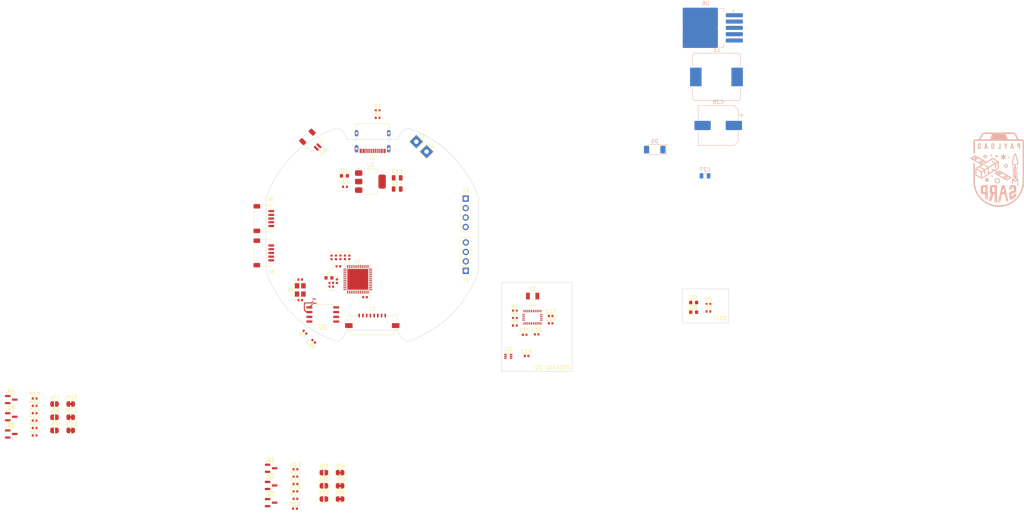
<source format=kicad_pcb>
(kicad_pcb (version 20240108) (generator "pcbnew") (generator_version "8.0")
  (layers (0 "F.Cu" signal) (31 "B.Cu" signal) (34 "B.Paste" user) (35 "F.Paste" user) (36 "B.SilkS" user "B.Silkscreen") (37 "F.SilkS" user "F.Silkscreen") (38 "B.Mask" user) (39 "F.Mask" user) (44 "Edge.Cuts" user))
  (net 0 "")
  (net 1 "/NRST")
  (net 2 "GND")
  (net 3 "/OSC_IN")
  (net 4 "/OSC_OUT")
  (net 5 "+3.3V")
  (net 6 "+3.3VA")
  (net 7 "Net-(U1-VCAP1)")
  (net 8 "+5V")
  (net 9 "/PWR_LED_K")
  (net 10 "/SWDIO")
  (net 11 "/SWCLK")
  (net 12 "/USB_D+")
  (net 13 "/USB_D-")
  (net 14 "Net-(U4-CAP)")
  (net 15 "Net-(U4-XOUT32)")
  (net 16 "Net-(U4-XIN32)")
  (net 17 "+BATT")
  (net 18 "Net-(D5-K)")
  (net 19 "Net-(D2-K)")
  (net 20 "Net-(D3-K)")
  (net 21 "Net-(J2-CC1)")
  (net 22 "/SCLK")
  (net 23 "/CS_FLASH")
  (net 24 "/MISO")
  (net 25 "/LED_B")
  (net 26 "/LED_G")
  (net 27 "/S6")
  (net 28 "/S5")
  (net 29 "/S4")
  (net 30 "/S2_RF")
  (net 31 "/S2")
  (net 34 "Net-(J2-CC2)")
  (net 35 "/TX_RADIO")
  (net 36 "/MOSI")
  (net 37 "/RADIO_NRST")
  (net 38 "/RX_RADIO")
  (net 39 "/S1")
  (net 40 "/BNO_NRST")
  (net 41 "/SDA")
  (net 42 "/SCL")
  (net 43 "/S1_RF")
  (net 44 "/E2B")
  (net 45 "/I2")
  (net 46 "/E2A")
  (net 53 "/E1B")
  (net 55 "/E1A")
  (net 56 "Net-(J6-Pin_3)")
  (net 58 "Net-(J6-Pin_4)")
  (net 60 "/I1")
  (net 68 "Net-(U4-GNDIO-Pad15)")
  (net 69 "/RX")
  (net 70 "/TX")
  (net 78 "/VCC")
  (net 79 "/PWM")
  (net 80 "Net-(J6-Pin_5)")
  (net 81 "Net-(J8-Pin_5)")
  (net 82 "Net-(J8-Pin_3)")
  (net 83 "Net-(J8-Pin_4)")
  (net 84 "/E1Z")
  (net 85 "Net-(JP4-B)")
  (net 86 "Net-(JP6-B)")
  (net 87 "/E2Z")
  (net 88 "Net-(JP10-B)")
  (net 89 "Net-(JP11-B)")
  (net 90 "Net-(JP12-B)")
  (net 91 "Net-(JP5-B)")
  (footprint "LED_SMD:LED_0603_1608Metric" (layer "F.Cu") (at 241.08 107.84)
    (property "Reference" "D2")
    (property "Value" "LED")
  )
  (footprint "Resistor_SMD:R_0402_1005Metric" (layer "F.Cu") (at 193.01 110.05)
    (property "Reference" "R4")
    (property "Value" "10k")
  )
  (footprint "Package_TO_SOT_SMD:SOT-23" (layer "F.Cu") (at 57.68 138.575)
    (property "Reference" "Q5")
    (property "Value" "2N7002")
  )
  (footprint "Resistor_SMD:R_0402_1005Metric" (layer "F.Cu") (at 63.96 135.62)
    (property "Reference" "R20")
    (property "Value" "1K")
  )
  (footprint "Capacitor_SMD:C_0402_1005Metric" (layer "F.Cu") (at 135.35 101.65)
    (property "Reference" "C2" (hide yes))
    (property "Value" "10pF")
  )
  (footprint "Jumper:SolderJumper-2_P1.3mm_Open_RoundedPad1.0x1.5mm" (layer "F.Cu") (at 141.7 153.6)
    (property "Reference" "JP1")
    (property "Value" "SolderJumper_2_Open")
  )
  (footprint "Resistor_SMD:R_0402_1005Metric" (layer "F.Cu") (at 136.610589 115.810589 135)
    (property "Reference" "R7")
    (property "Value" "10k")
  )
  (footprint "Capacitor_SMD:C_0402_1005Metric" (layer "F.Cu") (at 152.75 106.4)
    (property "Reference" "C12")
    (property "Value" "2.2uF")
  )
  (footprint "Package_TO_SOT_SMD:SOT-23" (layer "F.Cu") (at 127.5125 161.675)
    (property "Reference" "Q3")
    (property "Value" "2N7002")
  )
  (footprint "Capacitor_SMD:C_0402_1005Metric" (layer "F.Cu") (at 202.65 113.42)
    (property "Reference" "C18")
    (property "Value" "22pF")
  )
  (footprint "Connector_JST:JST_SH_SM05B-SRSS-TB_1x05-1MP_P1.00mm_Horizontal" (layer "F.Cu") (at 125.55 94.492299 -90)
    (property "Reference" "J8")
    (property "Value" "AMT102")
  )
  (footprint "TestPoint:TestPoint_THTPad_2.5x2.5mm_Drill1.2mm" (layer "F.Cu") (at 169.3 67.25 -45)
    (property "Reference" "J4")
    (property "Value" "5V")
  )
  (footprint "Connector_FFC-FPC:Molex_200528-0080_1x08-1MP_P1.00mm_Horizontal" (layer "F.Cu") (at 154.7 112.25)
    (property "Reference" "J7")
    (property "Value" "FC_RF")
  )
  (footprint "MountingHole:MountingHole_2.2mm_M2" (layer "F.Cu") (at 169.17774 75.1488)
    (property "Reference" "H2" (hide yes))
    (property "Value" "MountingHole")
  )
  (footprint "Jumper:SolderJumper-2_P1.3mm_Bridged_RoundedPad1.0x1.5mm" (layer "F.Cu") (at 146.05 160.7)
    (property "Reference" "JP6")
    (property "Value" "SolderJumper_2_Bridged")
  )
  (footprint "Jumper:SolderJumper-2_P1.3mm_Open_RoundedPad1.0x1.5mm" (layer "F.Cu") (at 141.7 157.15)
    (property "Reference" "JP2")
    (property "Value" "SolderJumper_2_Open")
  )
  (footprint "Jumper:SolderJumper-2_P1.3mm_Bridged_RoundedPad1.0x1.5mm" (layer "F.Cu") (at 146.05 157.15)
    (property "Reference" "JP5")
    (property "Value" "SolderJumper_2_Bridged")
  )
  (footprint "Resistor_SMD:R_0402_1005Metric" (layer "F.Cu") (at 134.05 152.68)
    (property "Reference" "R13")
    (property "Value" "1K")
  )
  (footprint "Package_LGA:LGA-28_5.2x3.8mm_P0.5mm" (layer "F.Cu") (at 197.75 111.8)
    (property "Reference" "U4")
    (property "Value" "BNO055")
  )
  (footprint "Resistor_SMD:R_0402_1005Metric" (layer "F.Cu") (at 156.14 56.16)
    (property "Reference" "R1")
    (property "Value" "5.11k")
  )
  (footprint "Resistor_SMD:R_0402_1005Metric" (layer "F.Cu") (at 147.36 76.7)
    (property "Reference" "R3")
    (property "Value" "1k")
  )
  (footprint "MountingHole:MountingHole_2.2mm_M2" (layer "F.Cu") (at 169.22774 104.0988)
    (property "Reference" "H4" (hide yes))
    (property "Value" "MountingHole")
  )
  (footprint "Package_TO_SOT_SMD:SOT-563" (layer "F.Cu") (at 191.25 122.315)
    (property "Reference" "U3")
    (property "Value" "TMP102xxDRL")
  )
  (footprint "Package_TO_SOT_SMD:SOT-23" (layer "F.Cu") (at 57.68 143.2)
    (property "Reference" "Q6")
    (property "Value" "2N7002")
  )
  (footprint "Capacitor_SMD:C_0402_1005Metric" (layer "F.Cu") (at 148.55 95.68 -90)
    (property "Reference" "C8" (hide yes))
    (property "Value" "100nF")
  )
  (footprint "Crystal:Crystal_SMD_3225-4Pin_3.2x2.5mm" (layer "F.Cu") (at 135.35 104.45 -90)
    (property "Reference" "Y1")
    (property "Value" "16MHz")
  )
  (footprint "Package_TO_SOT_SMD:SOT-23" (layer "F.Cu") (at 127.5125 157.05)
    (property "Reference" "Q2")
    (property "Value" "2N7002")
  )
  (footprint "Capacitor_SMD:C_0402_1005Metric" (layer "F.Cu") (at 198.87 116.4)
    (property "Reference" "C16")
    (property "Value" "100nF")
  )
  (footprint "Resistor_SMD:R_0402_1005Metric" (layer "F.Cu") (at 134.05 156.66)
    (property "Reference" "R15")
    (property "Value" "1k")
  )
  (footprint "Resistor_SMD:R_0402_1005Metric" (layer "F.Cu") (at 156.14 58.15)
    (property "Reference" "R2")
    (property "Value" "5.11k")
  )
  (footprint "Capacitor_SMD:C_0402_1005Metric" (layer "F.Cu") (at 196.18 122.2)
    (property "Reference" "C19")
    (property "Value" "0.1uF")
  )
  (footprint "Resistor_SMD:R_0402_1005Metric" (layer "F.Cu") (at 245.05 110.24)
    (property "Reference" "R9")
    (property "Value" "1k")
  )
  (footprint "Package_DFN_QFN:QFN-48-1EP_7x7mm_P0.5mm_EP5.6x5.6mm" (layer "F.Cu") (at 150.8 101.6)
    (property "Reference" "U1")
    (property "Value" "STM32F401CCU6")
  )
  (footprint "Capacitor_SMD:C_0805_2012Metric" (layer "F.Cu") (at 161.4 74.3)
    (property "Reference" "C13")
    (property "Value" "22uF")
  )
  (footprint "Capacitor_SMD:C_0402_1005Metric" (layer "F.Cu") (at 144.95 95.68 -90)
    (property "Reference" "C5" (hide yes))
    (property "Value" "100nF")
  )
  (footprint "Capacitor_SMD:C_0402_1005Metric" (layer "F.Cu") (at 143.75 95.68 -90)
    (property "Reference" "C4" (hide yes))
    (property "Value" "10uF")
  )
  (footprint "Jumper:SolderJumper-2_P1.3mm_Bridged_RoundedPad1.0x1.5mm" (layer "F.Cu") (at 73.65 135.15)
    (property "Reference" "JP10")
    (property "Value" "SolderJumper_2_Bridged")
  )
  (footprint "Capacitor_SMD:C_0402_1005Metric" (layer "F.Cu") (at 135.35 107.2 180)
    (property "Reference" "C3" (hide yes))
    (property "Value" "10pF")
  )
  (footprint "Resistor_SMD:R_0402_1005Metric" (layer "F.Cu") (at 63.96 133.63)
    (property "Reference" "R19")
    (property "Value" "1k")
  )
  (footprint "TestPoint:TestPoint_THTPad_2.5x2.5mm_Drill1.2mm" (layer "F.Cu") (at 166.542283 64.562994 -45)
    (property "Reference" "J5")
    (property "Value" "GND")
  )
  (footprint "Jumper:SolderJumper-2_P1.3mm_Open_RoundedPad1.0x1.5mm" (layer "F.Cu") (at 69.3 138.7)
    (property "Reference" "JP8")
    (property "Value" "SolderJumper_2_Open")
  )
  (footprint "Package_SO:SOIC-8_5.23x5.23mm_P1.27mm" (layer "F.Cu") (at 141.4 111.05)
    (property "Reference" "U5")
    (property "Value" "W25Q32JVSS")
  )
  (footprint "Capacitor_SMD:C_0402_1005Metric" (layer "F.Cu") (at 138.960589 118.260589 135)
    (property "Reference" "C20")
    (property "Value" "100nF")
  )
  (footprint "Resistor_SMD:R_0402_1005Metric" (layer "F.Cu") (at 134.05 154.67)
    (property "Reference" "R14")
    (property "Value" "1k")
  )
  (footprint "USBC:HRO_TYPE-C-31-M-12" (layer "F.Cu") (at 154.8 62.3 180)
    (property "Reference" "J2")
    (property "Value" "TYPE-C-31-M-12")
    (fp_line (start 4.625 -0.4) (end 4.625 0.4) (stroke (width 0.01)) (layer "Edge.Cuts"))
    (fp_line (start 4.625 -4.72) (end 4.624999 -3.62) (stroke (width 0.01)) (layer "Edge.Cuts"))
    (fp_line (start 4.025 0.4) (end 4.025 -0.4) (stroke (width 0.01)) (layer "Edge.Cuts"))
    (fp_line (start 4.025 -3.62) (end 4.025 -4.72) (stroke (width 0.01)) (layer "Edge.Cuts"))
    (fp_line (start -4.025 -0.4) (end -4.025 0.4) (stroke (width 0.01)) (layer "Edge.Cuts"))
    (fp_line (start -4.025 -4.72) (end -4.025 -3.62) (stroke (width 0.01)) (layer "Edge.Cuts"))
    (fp_line (start -4.624999 -3.62) (end -4.625 -4.72) (stroke (width 0.01)) (layer "Edge.Cuts"))
    (fp_line (start -4.625 0.4) (end -4.625 -0.4) (stroke (width 0.01)) (layer "Edge.Cuts"))
    (fp_arc (start 4.625 0.4) (mid 4.537132 0.612132) (end 4.325 0.7) (stroke (width 0.01)) (layer "Edge.Cuts"))
    (fp_arc (start 4.624999 -3.62) (mid 4.537131 -3.407869) (end 4.325 -3.32) (stroke (width 0.01)) (layer "Edge.Cuts"))
    (fp_arc (start 4.325 0.7) (mid 4.112868 0.612132) (end 4.025 0.4) (stroke (width 0.01)) (layer "Edge.Cuts"))
    (fp_arc (start 4.325 -0.7) (mid 4.537132 -0.612132) (end 4.625 -0.4) (stroke (width 0.01)) (layer "Edge.Cuts"))
    (fp_arc (start 4.325 -3.32) (mid 4.112868 -3.407868) (end 4.025 -3.62) (stroke (width 0.01)) (layer "Edge.Cuts"))
    (fp_arc (start 4.325 -5.02) (mid 4.537132 -4.932132) (end 4.625 -4.72) (stroke (width 0.01)) (layer "Edge.Cuts"))
    (fp_arc (start 4.025 -0.4) (mid 4.112868 -0.612132) (end 4.325 -0.7) (stroke (width 0.01)) (layer "Edge.Cuts"))
    (fp_arc (start 4.025 -4.72) (mid 4.112868 -4.932132) (end 4.325 -5.02) (stroke (width 0.01)) (layer "Edge.Cuts"))
    (fp_arc (start -4.025 0.4) (mid -4.112868 0.612132) (end -4.325 0.7) (stroke (width 0.01)) (layer "Edge.Cuts"))
    (fp_arc (start -4.025 -3.62) (mid -4.112868 -3.407868) (end -4.325 -3.32) (stroke (width 0.01)) (layer "Edge.Cuts"))
    (fp_arc (start -4.325 0.7) (mid -4.537132 0.612132) (end -4.625 0.4) (stroke (width 0.01)) (layer "Edge.Cuts"))
    (fp_arc (start -4.325 -0.7) (mid -4.112868 -0.612132) (end -4.025 -0.4) (stroke (width 0.01)) (layer "Edge.Cuts"))
    (fp_arc (start -4.325 -3.32) (mid -4.537132 -3.407868) (end -4.624999 -3.62) (stroke (width 0.01)) (layer "Edge.Cuts"))
    (fp_arc (start -4.325 -5.02) (mid -4.112868 -4.932132) (end -4.025 -4.72) (stroke (width 0.01)) (layer "Edge.Cuts"))
    (fp_arc (start -4.625 -0.4) (mid -4.537132 -0.612132) (end -4.325 -0.7) (stroke (width 0.01)) (layer "Edge.Cuts"))
    (fp_arc (start -4.625 -4.72) (mid -4.537132 -4.932132) (end -4.325 -5.02) (stroke (width 0.01)) (layer "Edge.Cuts"))
  )
  (footprint "Package_TO_SOT_SMD:SOT-223-3_TabPin2" (layer "F.Cu") (at 154.2 75.3)
    (property "Reference" "U2")
    (property "Value" "AMS1117-3.3")
  )
  (footprint "Jumper:SolderJumper-2_P1.3mm_Bridged_RoundedPad1.0x1.5mm" (layer "F.Cu") (at 73.65 138.7)
    (property "Reference" "JP11")
    (property "Value" "SolderJumper_2_Bridged")
  )
  (footprint "Connector_JST:JST_SH_SM05B-SRSS-TB_1x05-1MP_P1.00mm_Horizontal" (layer "F.Cu") (at 125.55 85.25 -90)
    (property "Reference" "J6")
    (property "Value" "AMT102")
  )
  (footprint "Capacitor_SMD:C_0402_1005Metric" (layer "F.Cu") (at 143.7 103.55)
    (property "Reference" "C10" (hide yes))
    (property "Value" "1uF")
  )
  (footprint "MountingHole:MountingHole_2.2mm_M2" (layer "F.Cu") (at 140.22774 75.0988)
    (property "Reference" "H1" (hide yes))
    (property "Value" "MountingHole")
  )
  (footprint "Jumper:SolderJumper-2_P1.3mm_Bridged_RoundedPad1.0x1.5mm" (layer "F.Cu") (at 73.65 142.25)
    (property "Reference" "JP12")
    (property "Value" "SolderJumper_2_Bridged")
  )
  (footprint "Resistor_SMD:R_0402_1005Metric" (layer "F.Cu") (at 133.94 163.28)
    (property "Reference" "R18")
    (property "Value" "1K")
  )
  (footprint "Capacitor_SMD:C_0402_1005Metric" (layer "F.Cu") (at 145.6 98.1)
    (property "Reference" "C11" (hide yes))
    (property "Value" "1uF")
  )
  (footprint "MountingHole:MountingHole_2.2mm_M2" (layer "F.Cu") (at 140.22774 104.0988)
    (property "Reference" "H3" (hide yes))
    (property "Value" "MountingHole")
  )
  (footprint "Inductor_SMD:L_0603_1608Metric" (layer "F.Cu") (at 143.0625 101.2)
    (property "Reference" "FB1" (hide yes))
    (property "Value" "120R")
  )
  (footprint "Resistor_SMD:R_0402_1005Metric" (layer "F.Cu") (at 63.96 143.58)
    (property "Reference" "R24")
    (property "Value" "1K")
  )
  (footprint "Capacitor_SMD:C_0402_1005Metric" (layer "F.Cu") (at 143.7 102.55)
    (property "Reference" "C9" (hide yes))
    (property "Value" "10nF")
  )
  (footprint "Jumper:SolderJumper-2_P1.3mm_Bridged_RoundedPad1.0x1.5mm" (layer "F.Cu") (at 146.05 153.6)
    (property "Reference" "JP4")
    (property "Value" "SolderJumper_2_Bridged")
  )
  (footprint "Capacitor_SMD:C_0402_1005Metric" (layer "F.Cu") (at 145.2 102.1 -90)
    (property "Reference" "C1" (hide yes))
    (property "Value" "100nF")
  )
  (footprint "Package_TO_SOT_SMD:SOT-23" (layer "F.Cu") (at 127.5125 152.425)
    (property "Reference" "Q1")
    (property "Value" "2N7002")
  )
  (footprint "Capacitor_SMD:C_0402_1005Metric" (layer "F.Cu") (at 147.35 95.68 -90)
    (property "Reference" "C7")
    (property "Value" "100nF")
  )
  (footprint "LED_SMD:LED_0603_1608Metric" (layer "F.Cu") (at 147.2125 73.75)
    (property "Reference" "D1")
    (property "Value" "LED")
  )
  (footprint "Package_TO_SOT_SMD:SOT-23" (layer "F.Cu") (at 57.68 133.95)
    (property "Reference" "Q4")
    (property "Value" "2N7002")
  )
  (footprint "Connector_PinHeader_2.54mm:PinHeader_1x04_P2.54mm_Vertical" (layer "F.Cu") (at 179.85 99.3 180)
    (property "Reference" "J1")
    (property "Value" "SWD")
  )
  (footprint "Resistor_SMD:R_0402_1005Metric" (layer "F.Cu") (at 63.96 137.61)
    (property "Reference" "R21")
    (property "Value" "1k")
  )
  (footprint "Jumper:SolderJumper-2_P1.3mm_Open_RoundedPad1.0x1.5mm" (layer "F.Cu") (at 69.3 135.15)
    (property "Reference" "JP7")
    (property "Value" "SolderJumper_2_Open")
  )
  (footprint "Capacitor_SMD:C_0805_2012Metric" (layer "F.Cu") (at 161.4 77.31)
    (property "Reference" "C14")
    (property "Value" "22uF")
  )
  (footprint "Jumper:SolderJumper-2_P1.3mm_Open_RoundedPad1.0x1.5mm" (layer "F.Cu") (at 141.7 160.7)
    (property "Reference" "JP3")
    (property "Value" "SolderJumper_2_Open")
  )
  (footprint "Resistor_SMD:R_0402_1005Metric" (layer "F.Cu") (at 193.01 112.04)
    (property "Reference" "R5")
    (property "Value" "10k")
  )
  (footprint "Resistor_SMD:R_0402_1005Metric" (layer "F.Cu") (at 245.05 108.25)
    (property "Reference" "R8")
    (property "Value" "1k")
  )
  (footprint "Crystal:Crystal_SMD_3215-2Pin_3.2x1.5mm" (layer "F.Cu") (at 197.8 106.1)
    (property "Reference" "Y2")
    (property "Value" "32.768Mhz")
  )
  (footprint "Resistor_SMD:R_0402_1005Metric" (layer "F.Cu") (at 134.05 160.64)
    (property "Reference" "R17")
    (property "Value" "1K")
  )
  (footprint "Resistor_SMD:R_0402_1005Metric" (layer "F.Cu") (at 193.01 114.03)
    (property "Reference" "R6")
    (property "Value" "10k")
  )
  (footprint "LED_SMD:LED_0603_1608Metric" (layer "F.Cu") (at 241.08 110.43)
    (property "Reference" "D3")
    (property "Value" "LED")
  )
  (footprint "Resistor_SMD:R_0402_1005Metric" (layer "F.Cu") (at 63.96 139.6)
    (property "Reference" "R22")
    (property "Value" "1K")
  )
  (footprint "Connector_PinHeader_2.54mm:PinHeader_1x04_P2.54mm_Vertical" (layer "F.Cu") (at 179.8 79.9)
    (property "Reference" "J3")
    (property "Value" "I2C")
  )
  (footprint "Capacitor_SMD:C_0402_1005Metric" (layer "F.Cu") (at 195.65 116.5)
    (property "Reference" "C15")
    (property "Value" "100nF")
  )
  (footprint "Jumper:SolderJumper-2_P1.3mm_Open_RoundedPad1.0x1.5mm" (layer "F.Cu") (at 69.3 142.25)
    (property "Reference" "JP9")
    (property "Value" "SolderJumper_2_Open")
  )
  (footprint "Capacitor_SMD:C_0402_1005Metric" (layer "F.Cu") (at 202.65 111.45)
    (property "Reference" "C17")
    (property "Value" "22pF")
  )
  (footprint "Resistor_SMD:R_0402_1005Metric" (layer "F.Cu") (at 134.05 158.65)
    (property "Reference" "R16")
    (property "Value" "1K")
  )
  (footprint "Connector_JST:JST_SH_SM02B-SRSS-TB_1x02-1MP_P1.00mm_Horizontal" (layer "F.Cu") (at 138.6 64.6 -135)
    (property "Reference" "J10")
    (property "Value" "Motor")
  )
  (footprint "Capacitor_SMD:C_0402_1005Metric" (layer "F.Cu") (at 146.15 95.68 -90)
    (property "Reference" "C6" (hide yes))
    (property "Value" "100nF")
  )
  (footprint "Resistor_SMD:R_0402_1005Metric" (layer "F.Cu") (at 63.96 141.59)
    (property "Reference" "R23")
    (property "Value" "1K")
  )
  (footprint "Diode_SMD:D_SOD-128" (layer "B.Cu") (at 230.613094 66.7 180)
    (property "Reference" "D5")
    (property "Value" "PMEG4050EP")
  )
  (footprint "Capacitor_SMD:CP_Elec_10x10.5" (layer "B.Cu") (at 247.678094 60.2 180)
    (property "Reference" "C28")
    (property "Value" "680uF")
  )
  (footprint "Package_TO_SOT_SMD:TO-263-5_TabPin3" (layer "B.Cu") (at 244.363094 33.95 180)
    (property "Reference" "U6")
    (property "Value" "LM2576S-5")
  )
  (footprint "LOGO" (layer "B.Cu") (at 322.65 72.1 180)
    (property "Reference" "G***" (hide yes))
    (property "Value" "LOGO" (hide yes))
  )
  (footprint "Capacitor_SMD:C_0805_2012Metric" (layer "B.Cu") (at 244.133094 73.75 180)
    (property "Reference" "C27")
    (property "Value" "150uF")
  )
  (footprint "Inductor_SMD:L_TaiTech_TMPC1265_13.5x12.5mm" (layer "B.Cu") (at 247.213094 47.15 180)
    (property "Reference" "L1")
    (property "Value" "100uH")
  )
  (gr_arc (start 144.934743 61.027839) (mid 146.115363 61.25966) (end 147.011094 62.062945) (stroke (width 0.1)) (layer "Edge.Cuts"))
  (gr_line (start 162.543388 62.062946) (end 161.508242 63.9488) (stroke (width 0.1)) (layer "Edge.Cuts"))
  (gr_line (start 147.919242 63.9488) (end 161.508242 63.9488) (stroke (width 0.1)) (layer "Edge.Cuts"))
  (gr_arc (start 164.492739 118.17776) (mid 163.312125 117.945931) (end 162.416388 117.142654) (stroke (width 0.1)) (layer "Edge.Cuts"))
  (gr_line (start 183.288742 99.3818) (end 183.288742 89.6028) (stroke (width 0.1)) (layer "Edge.Cuts"))
  (gr_arc (start 164.619743 61.027799) (mid 176.125992 68.268724) (end 183.288741 79.8238) (stroke (width 0.1)) (layer "Edge.Cuts"))
  (gr_line (start 146.884094 117.142653) (end 147.91924 115.256799) (stroke (width 0.1)) (layer "Edge.Cuts"))
  (gr_arc (start 162.543393 62.062949) (mid 163.439128 61.259659) (end 164.619742 61.0278) (stroke (width 0.1)) (layer "Edge.Cuts"))
  (gr_line (start 147.011094 62.062945) (end 147.919242 63.9488) (stroke (width 0.1)) (layer "Edge.Cuts"))
  (gr_line (start 126.13874 79.823799) (end 126.13874 89.602799) (stroke (width 0.1)) (layer "Edge.Cuts"))
  (gr_line (start 161.50824 115.256799) (end 147.91924 115.2568) (stroke (width 0.1)) (layer "Edge.Cuts"))
  (gr_arc (start 183.288742 99.3818) (mid 176.081171 110.968905) (end 164.490195 118.170249) (stroke (width 0.1)) (layer "Edge.Cuts"))
  (gr_rect (start 238 104.15) (end 250.45 113.3) (stroke (width 0.1)) (fill none) (layer "Edge.Cuts"))
  (gr_arc (start 126.13874 79.823799) (mid 133.346311 68.236694) (end 144.937287 61.03535) (stroke (width 0.1)) (layer "Edge.Cuts"))
  (gr_line (start 183.288742 89.6028) (end 183.288742 79.8238) (stroke (width 0.1)) (layer "Edge.Cuts"))
  (gr_line (start 126.13874 89.602799) (end 126.13874 99.381799) (stroke (width 0.1)) (layer "Edge.Cuts"))
  (gr_line (start 162.416388 117.142654) (end 161.50824 115.256799) (stroke (width 0.1)) (layer "Edge.Cuts"))
  (gr_arc (start 146.884089 117.14265) (mid 145.988353 117.945933) (end 144.80774 118.177799) (stroke (width 0.1)) (layer "Edge.Cuts"))
  (gr_rect (start 189.45 102.4) (end 208.4 126.35) (stroke (width 0.1)) (fill none) (layer "Edge.Cuts"))
  (gr_arc (start 144.807739 118.1778) (mid 133.30149 110.936875) (end 126.138741 99.381799) (stroke (width 0.1)) (layer "Edge.Cuts"))
  (gr_text "FB1" (at 143.1125 99.95 0) (layer "F.SilkS") (effects (font (size 0.5 0.5) (thickness 0.075))))
  (gr_text "C8\n" (at 148.55 94.33 0) (layer "F.SilkS") (effects (font (size 0.5 0.5) (thickness 0.075))))
  (gr_text "C9\n" (at 142.55 102.5 90) (layer "F.SilkS") (effects (font (size 0.25 0.25) (thickness 0.0375))))
  (gr_text "C11\n" (at 144.25 98.1 90) (layer "F.SilkS") (effects (font (size 0.5 0.5) (thickness 0.075))))
  (gr_text "C3\n" (at 134 107.2 90) (layer "F.SilkS") (effects (font (size 0.5 0.5) (thickness 0.075))))
  (gr_text "C1\n" (at 145.15 100.8 0) (layer "F.SilkS") (effects (font (size 0.5 0.5) (thickness 0.075))))
  (gr_text "C6\n" (at 146.15 94.33 0) (layer "F.SilkS") (effects (font (size 0.5 0.5) (thickness 0.075))))
  (gr_text "C10\n" (at 143.75 104.4 0) (layer "F.SilkS") (effects (font (size 0.5 0.5) (thickness 0.075))))
  (gr_text "C2\n" (at 134 101.65 90) (layer "F.SilkS") (effects (font (size 0.5 0.5) (thickness 0.075))))
  (gr_text "C5\n" (at 144.95 94.33 0) (layer "F.SilkS") (effects (font (size 0.5 0.5) (thickness 0.075))))
  (gr_text "LEDS" (at 246.2 112.65 0) (layer "F.SilkS") (effects (font (size 1 1)) (justify left bottom)))
  (gr_text "C4\n" (at 143.75 94.35 0) (layer "F.SilkS") (effects (font (size 0.5 0.5) (thickness 0.075))))
  (gr_text "I2C SENSORS" (at 198 125.9 0) (layer "F.SilkS") (effects (font (size 1 1)) (justify left bottom)))
  (segment (start 137.8 109.145) (end 138.945 108) (width 0.25) (layer "F.Cu") (net 23))
  (segment (start 138.945 108) (end 139.65 108) (width 0.25) (layer "F.Cu") (net 23))
  (segment (start 138.358604 107.95) (end 138.379302 107.929302) (width 0.25) (layer "F.Cu") (net 24))
  (segment (start 136.45 108.05) (end 136.55 107.95) (width 0.25) (layer "F.Cu") (net 24))
  (segment (start 137.8 110.415) (end 137.000001 110.415) (width 0.25) (layer "F.Cu") (net 24))
  (segment (start 138.708604 106.9) (end 139.45 106.9) (width 0.25) (layer "F.Cu") (net 24))
  (segment (start 136.55 107.95) (end 138.358604 107.95) (width 0.25) (layer "F.Cu") (net 24))
  (segment (start 136.45 109.864999) (end 136.45 108.4) (width 0.25) (layer "F.Cu") (net 24))
  (segment (start 136.45 108.4) (end 136.45 108.05) (width 0.25) (layer "F.Cu") (net 24))
  (segment (start 137.000001 110.415) (end 136.45 109.864999) (width 0.25) (layer "F.Cu") (net 24))
  (segment (start 138.379302 107.929302) (end 138.758604 107.55) (width 0.25) (layer "F.Cu") (net 24))
)
</source>
